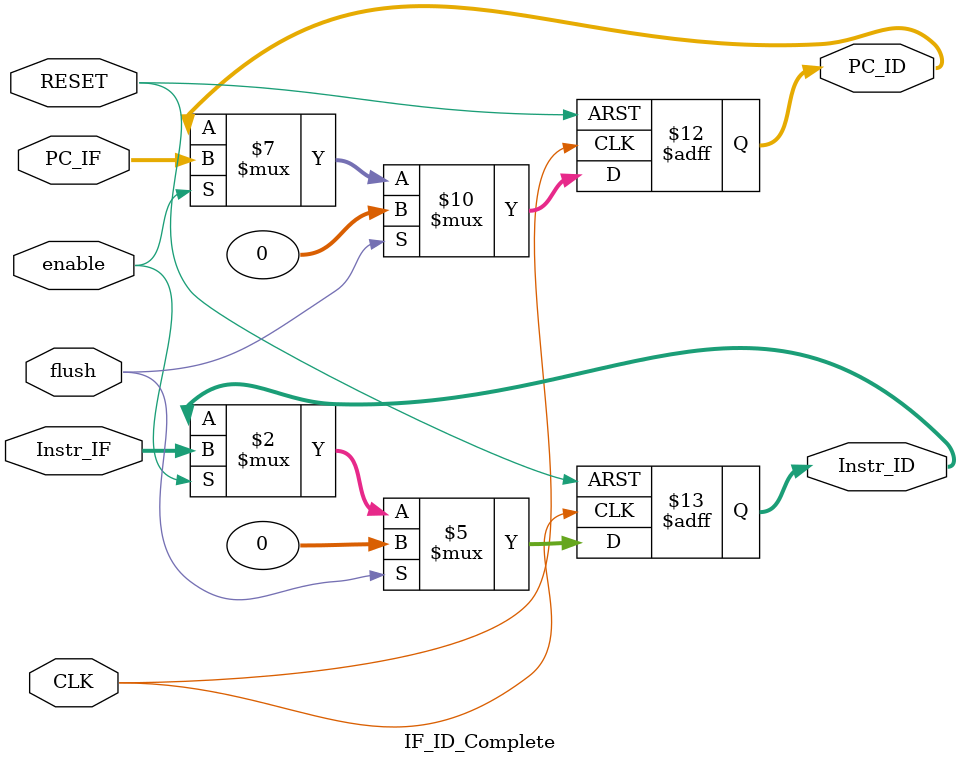
<source format=v>
`timescale 1ns / 1ps

module IF_ID_Complete(
    input CLK,
    input RESET,
    input enable,
    input flush,                 // New flush input
    input [31:0] PC_IF,
    input [31:0] Instr_IF,
    output reg [31:0] PC_ID,
    output reg [31:0] Instr_ID
);
    always @(posedge CLK or posedge RESET) begin
        if (RESET) begin
            PC_ID <= 0;
            Instr_ID <= 0;
        end else if (flush) begin
            PC_ID <= 0;
            Instr_ID <= 32'b0;    // Insert NOP
        end else if (enable) begin
            PC_ID <= PC_IF;
            Instr_ID <= Instr_IF;
        end
    end
endmodule




</source>
